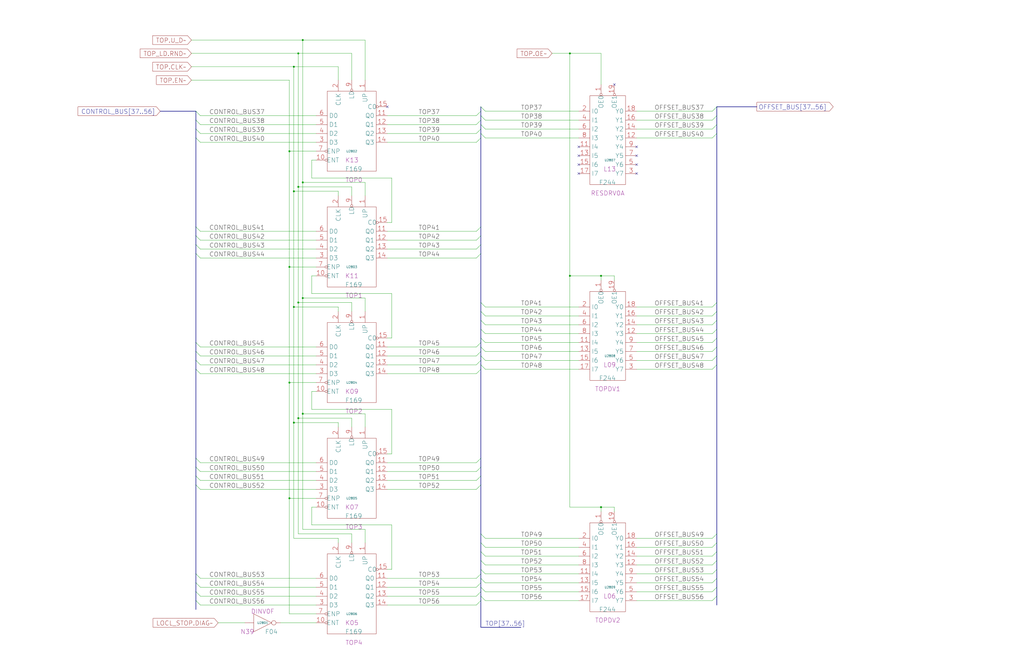
<source format=kicad_sch>
(kicad_sch (version 20211123) (generator eeschema)
  (paper "User" 584.2 378.46)
  (title_block (title "CONTROL TOP REGISTER") (date "22-MAY-90") (rev "1.0") (comment 1 "SEQUENCER") (comment 2 "232-003064") (comment 3 "S400") (comment 4 "RELEASED"))
  (lib_symbols
    (symbol "r1000:F04" (pin_numbers hide) (pin_names hide)
      (property "Reference" "U" (at 0 0 0))
      (property "Value" "F04" (at 1.27 -5.08 0))
      (property "Location" "___" (at -12.7 -5.08 0))
      (property "Name" "______" (at 0 5.08 0))
      (symbol "F04_0_1"
        (polyline (pts (xy -7.62 0) (xy -5.08 0)) (stroke (width 0.1524)))
        (polyline (pts (xy -5.08 5.08) (xy -5.08 -5.08)) (stroke (width 0.1524)))
        (polyline (pts (xy 5.08 0) (xy -5.08 -5.08)) (stroke (width 0.1524)))
        (polyline (pts (xy 5.08 0) (xy -5.08 5.08)) (stroke (width 0.1524)))
        (circle (center 6.35 0) (radius 1.27) (stroke (width 0.1524)))
      )
      (symbol "F04_1_1"
        (pin input line (at -10.16 0 0) (length 2.54) (name "D") (number "1"))
        (pin output line (at 10.16 0 180) (length 2.54) (name "Q") (number "2"))
      )
    )
    (symbol "r1000:F169" (pin_names (offset 1.016))
      (property "Reference" "U" (at 2.54 5.08 0))
      (property "Value" "F169" (at -1.27 -5.08 0))
      (property "Location" "___" (at -1.27 0 0))
      (property "Name" "______" (at 3.81 -12.7 0))
      (symbol "F169_1_1"
        (circle (center -12.065 0) (radius 0.635))
        (circle (center -12.065 5.08) (radius 0.635))
        (rectangle (start -11.43 39.37) (end 16.51 -6.35))
        (circle (center 2.54 40.005) (radius 0.635))
        (circle (center 17.145 30.48) (radius 0.635))
        (pin input line (at 10.16 45.72 270) (length 6.35) (name "UP") (number "1"))
        (pin input line (at -17.78 0 0) (length 5.08) (name "ENT") (number "10"))
        (pin output line (at 22.86 25.4 180) (length 6.35) (name "Q0") (number "11"))
        (pin output line (at 22.86 20.32 180) (length 6.35) (name "Q1") (number "12"))
        (pin output line (at 22.86 15.24 180) (length 6.35) (name "Q2") (number "13"))
        (pin output line (at 22.86 10.16 180) (length 6.35) (name "Q3") (number "14"))
        (pin output line (at 22.86 30.48 180) (length 5.08) (name "C0") (number "15"))
        (pin input line (at -5.08 45.72 270) (length 6.35) (name "CLK") (number "2"))
        (pin input line (at -17.78 10.16 0) (length 6.35) (name "D3") (number "3"))
        (pin input line (at -17.78 15.24 0) (length 6.35) (name "D2") (number "4"))
        (pin input line (at -17.78 20.32 0) (length 6.35) (name "D1") (number "5"))
        (pin input line (at -17.78 25.4 0) (length 6.35) (name "D0") (number "6"))
        (pin input line (at -17.78 5.08 0) (length 5.08) (name "ENP") (number "7"))
        (pin input line (at 2.54 45.72 270) (length 5.08) (name "LD") (number "9"))
      )
    )
    (symbol "r1000:F244" (pin_names (offset 1.016))
      (property "Reference" "U" (at 2.54 5.08 0))
      (property "Value" "F244" (at -3.81 -7.62 0))
      (property "Location" "___" (at -1.27 0 0))
      (property "Name" "______" (at 1.27 -15.24 0))
      (symbol "F244_1_1"
        (rectangle (start -8.89 41.91) (end 11.43 -8.89))
        (circle (center -2.54 42.545) (radius 0.635))
        (circle (center 5.08 42.545) (radius 0.635))
        (pin input line (at -2.54 48.26 270) (length 5.08) (name "OE0") (number "1"))
        (pin input line (at -15.24 12.7 0) (length 6.35) (name "I4") (number "11"))
        (pin tri_state line (at 17.78 17.78 180) (length 6.35) (name "Y3") (number "12"))
        (pin input line (at -15.24 7.62 0) (length 6.35) (name "I5") (number "13"))
        (pin tri_state line (at 17.78 22.86 180) (length 6.35) (name "Y2") (number "14"))
        (pin input line (at -15.24 2.54 0) (length 6.35) (name "I6") (number "15"))
        (pin tri_state line (at 17.78 27.94 180) (length 6.35) (name "Y1") (number "16"))
        (pin input line (at -15.24 -2.54 0) (length 6.35) (name "I7") (number "17"))
        (pin tri_state line (at 17.78 33.02 180) (length 6.35) (name "Y0") (number "18"))
        (pin input line (at 5.08 48.26 270) (length 5.08) (name "OE1") (number "19"))
        (pin input line (at -15.24 33.02 0) (length 6.35) (name "I0") (number "2"))
        (pin tri_state line (at 17.78 -2.54 180) (length 6.35) (name "Y7") (number "3"))
        (pin input line (at -15.24 27.94 0) (length 6.35) (name "I1") (number "4"))
        (pin tri_state line (at 17.78 2.54 180) (length 6.35) (name "Y6") (number "5"))
        (pin input line (at -15.24 22.86 0) (length 6.35) (name "I2") (number "6"))
        (pin tri_state line (at 17.78 7.62 180) (length 6.35) (name "Y5") (number "7"))
        (pin input line (at -15.24 17.78 0) (length 6.35) (name "I3") (number "8"))
        (pin tri_state line (at 17.78 12.7 180) (length 6.35) (name "Y4") (number "9"))
      )
    )
  )
  (bus (pts (xy 111.76 129.54) (xy 111.76 134.62)))
  (bus (pts (xy 111.76 134.62) (xy 111.76 139.7)))
  (bus (pts (xy 111.76 139.7) (xy 111.76 144.78)))
  (bus (pts (xy 111.76 144.78) (xy 111.76 195.58)))
  (bus (pts (xy 111.76 195.58) (xy 111.76 200.66)))
  (bus (pts (xy 111.76 200.66) (xy 111.76 205.74)))
  (bus (pts (xy 111.76 205.74) (xy 111.76 210.82)))
  (bus (pts (xy 111.76 210.82) (xy 111.76 261.62)))
  (bus (pts (xy 111.76 261.62) (xy 111.76 266.7)))
  (bus (pts (xy 111.76 266.7) (xy 111.76 271.78)))
  (bus (pts (xy 111.76 271.78) (xy 111.76 276.86)))
  (bus (pts (xy 111.76 276.86) (xy 111.76 327.66)))
  (bus (pts (xy 111.76 327.66) (xy 111.76 332.74)))
  (bus (pts (xy 111.76 332.74) (xy 111.76 337.82)))
  (bus (pts (xy 111.76 337.82) (xy 111.76 342.9)))
  (bus (pts (xy 111.76 342.9) (xy 111.76 347.98)))
  (bus (pts (xy 111.76 63.5) (xy 111.76 68.58)))
  (bus (pts (xy 111.76 68.58) (xy 111.76 73.66)))
  (bus (pts (xy 111.76 73.66) (xy 111.76 78.74)))
  (bus (pts (xy 111.76 78.74) (xy 111.76 129.54)))
  (bus (pts (xy 274.32 129.54) (xy 274.32 134.62)))
  (bus (pts (xy 274.32 134.62) (xy 274.32 139.7)))
  (bus (pts (xy 274.32 139.7) (xy 274.32 144.78)))
  (bus (pts (xy 274.32 144.78) (xy 274.32 172.72)))
  (bus (pts (xy 274.32 172.72) (xy 274.32 177.8)))
  (bus (pts (xy 274.32 177.8) (xy 274.32 182.88)))
  (bus (pts (xy 274.32 182.88) (xy 274.32 187.96)))
  (bus (pts (xy 274.32 187.96) (xy 274.32 193.04)))
  (bus (pts (xy 274.32 193.04) (xy 274.32 195.58)))
  (bus (pts (xy 274.32 195.58) (xy 274.32 198.12)))
  (bus (pts (xy 274.32 198.12) (xy 274.32 200.66)))
  (bus (pts (xy 274.32 200.66) (xy 274.32 203.2)))
  (bus (pts (xy 274.32 203.2) (xy 274.32 205.74)))
  (bus (pts (xy 274.32 205.74) (xy 274.32 208.28)))
  (bus (pts (xy 274.32 208.28) (xy 274.32 210.82)))
  (bus (pts (xy 274.32 210.82) (xy 274.32 261.62)))
  (bus (pts (xy 274.32 261.62) (xy 274.32 266.7)))
  (bus (pts (xy 274.32 266.7) (xy 274.32 271.78)))
  (bus (pts (xy 274.32 271.78) (xy 274.32 276.86)))
  (bus (pts (xy 274.32 276.86) (xy 274.32 304.8)))
  (bus (pts (xy 274.32 304.8) (xy 274.32 309.88)))
  (bus (pts (xy 274.32 309.88) (xy 274.32 314.96)))
  (bus (pts (xy 274.32 314.96) (xy 274.32 320.04)))
  (bus (pts (xy 274.32 320.04) (xy 274.32 325.12)))
  (bus (pts (xy 274.32 325.12) (xy 274.32 327.66)))
  (bus (pts (xy 274.32 327.66) (xy 274.32 330.2)))
  (bus (pts (xy 274.32 330.2) (xy 274.32 332.74)))
  (bus (pts (xy 274.32 332.74) (xy 274.32 335.28)))
  (bus (pts (xy 274.32 335.28) (xy 274.32 337.82)))
  (bus (pts (xy 274.32 337.82) (xy 274.32 340.36)))
  (bus (pts (xy 274.32 340.36) (xy 274.32 342.9)))
  (bus (pts (xy 274.32 342.9) (xy 274.32 358.14)))
  (bus (pts (xy 274.32 358.14) (xy 297.18 358.14)))
  (bus (pts (xy 274.32 60.96) (xy 274.32 63.5)))
  (bus (pts (xy 274.32 63.5) (xy 274.32 66.04)))
  (bus (pts (xy 274.32 66.04) (xy 274.32 68.58)))
  (bus (pts (xy 274.32 68.58) (xy 274.32 71.12)))
  (bus (pts (xy 274.32 71.12) (xy 274.32 73.66)))
  (bus (pts (xy 274.32 73.66) (xy 274.32 76.2)))
  (bus (pts (xy 274.32 76.2) (xy 274.32 78.74)))
  (bus (pts (xy 274.32 78.74) (xy 274.32 129.54)))
  (bus (pts (xy 408.94 172.72) (xy 408.94 177.8)))
  (bus (pts (xy 408.94 177.8) (xy 408.94 182.88)))
  (bus (pts (xy 408.94 182.88) (xy 408.94 187.96)))
  (bus (pts (xy 408.94 187.96) (xy 408.94 193.04)))
  (bus (pts (xy 408.94 193.04) (xy 408.94 198.12)))
  (bus (pts (xy 408.94 198.12) (xy 408.94 203.2)))
  (bus (pts (xy 408.94 203.2) (xy 408.94 208.28)))
  (bus (pts (xy 408.94 208.28) (xy 408.94 304.8)))
  (bus (pts (xy 408.94 304.8) (xy 408.94 309.88)))
  (bus (pts (xy 408.94 309.88) (xy 408.94 314.96)))
  (bus (pts (xy 408.94 314.96) (xy 408.94 320.04)))
  (bus (pts (xy 408.94 320.04) (xy 408.94 325.12)))
  (bus (pts (xy 408.94 325.12) (xy 408.94 330.2)))
  (bus (pts (xy 408.94 330.2) (xy 408.94 335.28)))
  (bus (pts (xy 408.94 335.28) (xy 408.94 340.36)))
  (bus (pts (xy 408.94 340.36) (xy 408.94 345.44)))
  (bus (pts (xy 408.94 60.96) (xy 408.94 66.04)))
  (bus (pts (xy 408.94 60.96) (xy 431.8 60.96)))
  (bus (pts (xy 408.94 66.04) (xy 408.94 71.12)))
  (bus (pts (xy 408.94 71.12) (xy 408.94 76.2)))
  (bus (pts (xy 408.94 76.2) (xy 408.94 172.72)))
  (bus (pts (xy 91.44 63.5) (xy 111.76 63.5)))
  (wire (pts (xy 109.22 22.86) (xy 172.72 22.86)))
  (wire (pts (xy 109.22 30.48) (xy 170.18 30.48)))
  (wire (pts (xy 109.22 38.1) (xy 167.64 38.1)))
  (wire (pts (xy 109.22 45.72) (xy 165.1 45.72)))
  (wire (pts (xy 114.3 132.08) (xy 180.34 132.08)))
  (wire (pts (xy 114.3 137.16) (xy 180.34 137.16)))
  (wire (pts (xy 114.3 142.24) (xy 180.34 142.24)))
  (wire (pts (xy 114.3 147.32) (xy 180.34 147.32)))
  (wire (pts (xy 114.3 198.12) (xy 180.34 198.12)))
  (wire (pts (xy 114.3 203.2) (xy 180.34 203.2)))
  (wire (pts (xy 114.3 208.28) (xy 180.34 208.28)))
  (wire (pts (xy 114.3 213.36) (xy 180.34 213.36)))
  (wire (pts (xy 114.3 264.16) (xy 180.34 264.16)))
  (wire (pts (xy 114.3 269.24) (xy 180.34 269.24)))
  (wire (pts (xy 114.3 274.32) (xy 180.34 274.32)))
  (wire (pts (xy 114.3 279.4) (xy 180.34 279.4)))
  (wire (pts (xy 114.3 330.2) (xy 180.34 330.2)))
  (wire (pts (xy 114.3 335.28) (xy 180.34 335.28)))
  (wire (pts (xy 114.3 340.36) (xy 180.34 340.36)))
  (wire (pts (xy 114.3 345.44) (xy 180.34 345.44)))
  (wire (pts (xy 114.3 66.04) (xy 180.34 66.04)))
  (wire (pts (xy 114.3 71.12) (xy 180.34 71.12)))
  (wire (pts (xy 114.3 76.2) (xy 180.34 76.2)))
  (wire (pts (xy 114.3 81.28) (xy 180.34 81.28)))
  (wire (pts (xy 124.46 355.6) (xy 139.7 355.6)))
  (wire (pts (xy 160.02 355.6) (xy 180.34 355.6)))
  (wire (pts (xy 165.1 152.4) (xy 165.1 218.44)))
  (wire (pts (xy 165.1 152.4) (xy 180.34 152.4)))
  (wire (pts (xy 165.1 218.44) (xy 165.1 284.48)))
  (wire (pts (xy 165.1 218.44) (xy 180.34 218.44)))
  (wire (pts (xy 165.1 284.48) (xy 165.1 350.52)))
  (wire (pts (xy 165.1 284.48) (xy 180.34 284.48)))
  (wire (pts (xy 165.1 350.52) (xy 180.34 350.52)))
  (wire (pts (xy 165.1 86.36) (xy 165.1 152.4)))
  (wire (pts (xy 165.1 86.36) (xy 165.1 45.72)))
  (wire (pts (xy 165.1 86.36) (xy 180.34 86.36)))
  (wire (pts (xy 167.64 109.22) (xy 193.04 109.22)))
  (wire (pts (xy 167.64 175.26) (xy 167.64 109.22)))
  (wire (pts (xy 167.64 175.26) (xy 193.04 175.26)))
  (wire (pts (xy 167.64 241.3) (xy 167.64 175.26)))
  (wire (pts (xy 167.64 241.3) (xy 193.04 241.3)))
  (wire (pts (xy 167.64 307.34) (xy 167.64 241.3)))
  (wire (pts (xy 167.64 38.1) (xy 167.64 109.22)))
  (wire (pts (xy 167.64 38.1) (xy 193.04 38.1)))
  (wire (pts (xy 170.18 106.68) (xy 170.18 30.48)))
  (wire (pts (xy 170.18 106.68) (xy 200.66 106.68)))
  (wire (pts (xy 170.18 172.72) (xy 170.18 106.68)))
  (wire (pts (xy 170.18 172.72) (xy 200.66 172.72)))
  (wire (pts (xy 170.18 238.76) (xy 170.18 172.72)))
  (wire (pts (xy 170.18 238.76) (xy 200.66 238.76)))
  (wire (pts (xy 170.18 30.48) (xy 200.66 30.48)))
  (wire (pts (xy 170.18 304.8) (xy 170.18 238.76)))
  (wire (pts (xy 172.72 104.14) (xy 172.72 22.86)))
  (wire (pts (xy 172.72 104.14) (xy 208.28 104.14)))
  (wire (pts (xy 172.72 170.18) (xy 172.72 104.14)))
  (wire (pts (xy 172.72 170.18) (xy 208.28 170.18)))
  (wire (pts (xy 172.72 22.86) (xy 208.28 22.86)))
  (wire (pts (xy 172.72 236.22) (xy 172.72 170.18)))
  (wire (pts (xy 172.72 236.22) (xy 208.28 236.22)))
  (wire (pts (xy 172.72 302.26) (xy 172.72 236.22)))
  (wire (pts (xy 177.8 101.6) (xy 223.52 101.6)))
  (wire (pts (xy 177.8 157.48) (xy 177.8 167.64)))
  (wire (pts (xy 177.8 167.64) (xy 223.52 167.64)))
  (wire (pts (xy 177.8 223.52) (xy 177.8 233.68)))
  (wire (pts (xy 177.8 233.68) (xy 223.52 233.68)))
  (wire (pts (xy 177.8 289.56) (xy 177.8 299.72)))
  (wire (pts (xy 177.8 299.72) (xy 223.52 299.72)))
  (wire (pts (xy 177.8 91.44) (xy 177.8 101.6)))
  (wire (pts (xy 180.34 157.48) (xy 177.8 157.48)))
  (wire (pts (xy 180.34 223.52) (xy 177.8 223.52)))
  (wire (pts (xy 180.34 289.56) (xy 177.8 289.56)))
  (wire (pts (xy 180.34 91.44) (xy 177.8 91.44)))
  (wire (pts (xy 193.04 111.76) (xy 193.04 109.22)))
  (wire (pts (xy 193.04 177.8) (xy 193.04 175.26)))
  (wire (pts (xy 193.04 243.84) (xy 193.04 241.3)))
  (wire (pts (xy 193.04 307.34) (xy 167.64 307.34)))
  (wire (pts (xy 193.04 309.88) (xy 193.04 307.34)))
  (wire (pts (xy 193.04 38.1) (xy 193.04 45.72)))
  (wire (pts (xy 200.66 111.76) (xy 200.66 106.68)))
  (wire (pts (xy 200.66 177.8) (xy 200.66 172.72)))
  (wire (pts (xy 200.66 243.84) (xy 200.66 238.76)))
  (wire (pts (xy 200.66 30.48) (xy 200.66 45.72)))
  (wire (pts (xy 200.66 304.8) (xy 170.18 304.8)))
  (wire (pts (xy 200.66 309.88) (xy 200.66 304.8)))
  (wire (pts (xy 208.28 111.76) (xy 208.28 104.14)))
  (wire (pts (xy 208.28 177.8) (xy 208.28 170.18)))
  (wire (pts (xy 208.28 22.86) (xy 208.28 45.72)))
  (wire (pts (xy 208.28 243.84) (xy 208.28 236.22)))
  (wire (pts (xy 208.28 302.26) (xy 172.72 302.26)))
  (wire (pts (xy 208.28 309.88) (xy 208.28 302.26)))
  (wire (pts (xy 220.98 127) (xy 223.52 127)))
  (wire (pts (xy 220.98 132.08) (xy 271.78 132.08)))
  (wire (pts (xy 220.98 137.16) (xy 271.78 137.16)))
  (wire (pts (xy 220.98 142.24) (xy 271.78 142.24)))
  (wire (pts (xy 220.98 147.32) (xy 271.78 147.32)))
  (wire (pts (xy 220.98 193.04) (xy 223.52 193.04)))
  (wire (pts (xy 220.98 198.12) (xy 271.78 198.12)))
  (wire (pts (xy 220.98 203.2) (xy 271.78 203.2)))
  (wire (pts (xy 220.98 208.28) (xy 271.78 208.28)))
  (wire (pts (xy 220.98 213.36) (xy 271.78 213.36)))
  (wire (pts (xy 220.98 259.08) (xy 223.52 259.08)))
  (wire (pts (xy 220.98 264.16) (xy 271.78 264.16)))
  (wire (pts (xy 220.98 269.24) (xy 271.78 269.24)))
  (wire (pts (xy 220.98 274.32) (xy 271.78 274.32)))
  (wire (pts (xy 220.98 279.4) (xy 271.78 279.4)))
  (wire (pts (xy 220.98 325.12) (xy 223.52 325.12)))
  (wire (pts (xy 220.98 330.2) (xy 271.78 330.2)))
  (wire (pts (xy 220.98 335.28) (xy 271.78 335.28)))
  (wire (pts (xy 220.98 340.36) (xy 271.78 340.36)))
  (wire (pts (xy 220.98 345.44) (xy 271.78 345.44)))
  (wire (pts (xy 220.98 66.04) (xy 271.78 66.04)))
  (wire (pts (xy 220.98 71.12) (xy 271.78 71.12)))
  (wire (pts (xy 220.98 76.2) (xy 271.78 76.2)))
  (wire (pts (xy 220.98 81.28) (xy 271.78 81.28)))
  (wire (pts (xy 223.52 101.6) (xy 223.52 127)))
  (wire (pts (xy 223.52 167.64) (xy 223.52 193.04)))
  (wire (pts (xy 223.52 233.68) (xy 223.52 259.08)))
  (wire (pts (xy 223.52 299.72) (xy 223.52 325.12)))
  (wire (pts (xy 276.86 175.26) (xy 330.2 175.26)))
  (wire (pts (xy 276.86 180.34) (xy 330.2 180.34)))
  (wire (pts (xy 276.86 185.42) (xy 330.2 185.42)))
  (wire (pts (xy 276.86 190.5) (xy 330.2 190.5)))
  (wire (pts (xy 276.86 195.58) (xy 330.2 195.58)))
  (wire (pts (xy 276.86 200.66) (xy 330.2 200.66)))
  (wire (pts (xy 276.86 205.74) (xy 330.2 205.74)))
  (wire (pts (xy 276.86 210.82) (xy 330.2 210.82)))
  (wire (pts (xy 276.86 307.34) (xy 330.2 307.34)))
  (wire (pts (xy 276.86 312.42) (xy 330.2 312.42)))
  (wire (pts (xy 276.86 317.5) (xy 330.2 317.5)))
  (wire (pts (xy 276.86 322.58) (xy 330.2 322.58)))
  (wire (pts (xy 276.86 327.66) (xy 330.2 327.66)))
  (wire (pts (xy 276.86 332.74) (xy 330.2 332.74)))
  (wire (pts (xy 276.86 337.82) (xy 330.2 337.82)))
  (wire (pts (xy 276.86 342.9) (xy 330.2 342.9)))
  (wire (pts (xy 276.86 63.5) (xy 330.2 63.5)))
  (wire (pts (xy 276.86 68.58) (xy 330.2 68.58)))
  (wire (pts (xy 276.86 73.66) (xy 330.2 73.66)))
  (wire (pts (xy 276.86 78.74) (xy 330.2 78.74)))
  (wire (pts (xy 314.96 30.48) (xy 325.12 30.48)))
  (wire (pts (xy 325.12 157.48) (xy 342.9 157.48)))
  (wire (pts (xy 325.12 289.56) (xy 325.12 157.48)))
  (wire (pts (xy 325.12 30.48) (xy 325.12 157.48)))
  (wire (pts (xy 342.9 157.48) (xy 342.9 160.02)))
  (wire (pts (xy 342.9 157.48) (xy 350.52 157.48)))
  (wire (pts (xy 342.9 289.56) (xy 325.12 289.56)))
  (wire (pts (xy 342.9 289.56) (xy 342.9 292.1)))
  (wire (pts (xy 342.9 30.48) (xy 325.12 30.48)))
  (wire (pts (xy 342.9 48.26) (xy 342.9 30.48)))
  (wire (pts (xy 350.52 157.48) (xy 350.52 160.02)))
  (wire (pts (xy 350.52 289.56) (xy 342.9 289.56)))
  (wire (pts (xy 350.52 292.1) (xy 350.52 289.56)))
  (wire (pts (xy 363.22 175.26) (xy 406.4 175.26)))
  (wire (pts (xy 363.22 180.34) (xy 406.4 180.34)))
  (wire (pts (xy 363.22 185.42) (xy 406.4 185.42)))
  (wire (pts (xy 363.22 190.5) (xy 406.4 190.5)))
  (wire (pts (xy 363.22 195.58) (xy 406.4 195.58)))
  (wire (pts (xy 363.22 200.66) (xy 406.4 200.66)))
  (wire (pts (xy 363.22 205.74) (xy 406.4 205.74)))
  (wire (pts (xy 363.22 210.82) (xy 406.4 210.82)))
  (wire (pts (xy 363.22 307.34) (xy 406.4 307.34)))
  (wire (pts (xy 363.22 312.42) (xy 406.4 312.42)))
  (wire (pts (xy 363.22 317.5) (xy 406.4 317.5)))
  (wire (pts (xy 363.22 322.58) (xy 406.4 322.58)))
  (wire (pts (xy 363.22 327.66) (xy 406.4 327.66)))
  (wire (pts (xy 363.22 332.74) (xy 406.4 332.74)))
  (wire (pts (xy 363.22 337.82) (xy 406.4 337.82)))
  (wire (pts (xy 363.22 342.9) (xy 406.4 342.9)))
  (wire (pts (xy 363.22 63.5) (xy 406.4 63.5)))
  (wire (pts (xy 363.22 68.58) (xy 406.4 68.58)))
  (wire (pts (xy 363.22 73.66) (xy 406.4 73.66)))
  (wire (pts (xy 363.22 78.74) (xy 406.4 78.74)))
  (global_label "CONTROL_BUS[37..56]" (shape input) (at 91.44 63.5 180) (effects (font (size 2.54 2.54))) (property "Intersheet References" "${INTERSHEET_REFS}" (at 44.5226 63.3413 0) (effects (font (size 2.54 2.54)) (justify right))))
  (global_label "TOP.U_D~" (shape input) (at 109.22 22.86 180) (effects (font (size 2.54 2.54))) (property "Intersheet References" "${INTERSHEET_REFS}" (at 87.0978 22.7013 0) (effects (font (size 2.54 2.54)) (justify right))))
  (global_label "TOP_LD.RND~" (shape input) (at 109.22 30.48 180) (effects (font (size 2.54 2.54))) (property "Intersheet References" "${INTERSHEET_REFS}" (at 79.9616 30.3213 0) (effects (font (size 2.54 2.54)) (justify right))))
  (global_label "TOP.CLK~" (shape input) (at 109.22 38.1 180) (effects (font (size 2.54 2.54))) (property "Intersheet References" "${INTERSHEET_REFS}" (at 87.0978 37.9413 0) (effects (font (size 2.54 2.54)) (justify right))))
  (global_label "TOP.EN~" (shape input) (at 109.22 45.72 180) (effects (font (size 2.54 2.54))) (property "Intersheet References" "${INTERSHEET_REFS}" (at 89.275 45.5613 0) (effects (font (size 2.54 2.54)) (justify right))))
  (bus_entry (at 111.76 63.5) (size 2.54 2.54))
  (bus_entry (at 111.76 68.58) (size 2.54 2.54))
  (bus_entry (at 111.76 73.66) (size 2.54 2.54))
  (bus_entry (at 111.76 78.74) (size 2.54 2.54))
  (bus_entry (at 111.76 129.54) (size 2.54 2.54))
  (bus_entry (at 111.76 134.62) (size 2.54 2.54))
  (bus_entry (at 111.76 139.7) (size 2.54 2.54))
  (bus_entry (at 111.76 144.78) (size 2.54 2.54))
  (bus_entry (at 111.76 195.58) (size 2.54 2.54))
  (bus_entry (at 111.76 200.66) (size 2.54 2.54))
  (bus_entry (at 111.76 205.74) (size 2.54 2.54))
  (bus_entry (at 111.76 210.82) (size 2.54 2.54))
  (bus_entry (at 111.76 261.62) (size 2.54 2.54))
  (bus_entry (at 111.76 266.7) (size 2.54 2.54))
  (bus_entry (at 111.76 271.78) (size 2.54 2.54))
  (bus_entry (at 111.76 276.86) (size 2.54 2.54))
  (bus_entry (at 111.76 327.66) (size 2.54 2.54))
  (bus_entry (at 111.76 332.74) (size 2.54 2.54))
  (bus_entry (at 111.76 337.82) (size 2.54 2.54))
  (bus_entry (at 111.76 342.9) (size 2.54 2.54))
  (label "CONTROL_BUS37" (at 119.38 66.04 0) (effects (font (size 2.54 2.54))))
  (label "CONTROL_BUS38" (at 119.38 71.12 0) (effects (font (size 2.54 2.54))))
  (label "CONTROL_BUS39" (at 119.38 76.2 0) (effects (font (size 2.54 2.54))))
  (label "CONTROL_BUS40" (at 119.38 81.28 0) (effects (font (size 2.54 2.54))))
  (label "CONTROL_BUS41" (at 119.38 132.08 0) (effects (font (size 2.54 2.54))))
  (label "CONTROL_BUS42" (at 119.38 137.16 0) (effects (font (size 2.54 2.54))))
  (label "CONTROL_BUS43" (at 119.38 142.24 0) (effects (font (size 2.54 2.54))))
  (label "CONTROL_BUS44" (at 119.38 147.32 0) (effects (font (size 2.54 2.54))))
  (label "CONTROL_BUS45" (at 119.38 198.12 0) (effects (font (size 2.54 2.54))))
  (label "CONTROL_BUS46" (at 119.38 203.2 0) (effects (font (size 2.54 2.54))))
  (label "CONTROL_BUS47" (at 119.38 208.28 0) (effects (font (size 2.54 2.54))))
  (label "CONTROL_BUS48" (at 119.38 213.36 0) (effects (font (size 2.54 2.54))))
  (label "CONTROL_BUS49" (at 119.38 264.16 0) (effects (font (size 2.54 2.54))))
  (label "CONTROL_BUS50" (at 119.38 269.24 0) (effects (font (size 2.54 2.54))))
  (label "CONTROL_BUS51" (at 119.38 274.32 0) (effects (font (size 2.54 2.54))))
  (label "CONTROL_BUS52" (at 119.38 279.4 0) (effects (font (size 2.54 2.54))))
  (label "CONTROL_BUS53" (at 119.38 330.2 0) (effects (font (size 2.54 2.54))))
  (label "CONTROL_BUS54" (at 119.38 335.28 0) (effects (font (size 2.54 2.54))))
  (label "CONTROL_BUS55" (at 119.38 340.36 0) (effects (font (size 2.54 2.54))))
  (label "CONTROL_BUS56" (at 119.38 345.44 0) (effects (font (size 2.54 2.54))))
  (global_label "LOCL_STOP.DIAG~" (shape input) (at 124.46 355.6 180) (effects (font (size 2.54 2.54))) (property "Intersheet References" "${INTERSHEET_REFS}" (at 87.3397 355.4413 0) (effects (font (size 2.54 2.54)) (justify right))))
  (symbol (lib_id "r1000:F04") (at 149.86 355.6 0) (unit 1)
    (property "Reference" "U2801" (at 149.86 355.6 0))
    (property "Value" "F04" (at 151.13 360.68 0) (effects (font (size 2.54 2.54)) (justify left)))
    (property "Location" "N39" (at 137.16 360.68 0) (effects (font (size 2.54 2.54)) (justify left)))
    (property "Name" "DINV0F" (at 149.86 350.52 0) (effects (font (size 2.54 2.54)) (justify bottom)))
  )
  (junction (at 165.1 86.36))
  (junction (at 165.1 152.4))
  (junction (at 165.1 218.44))
  (junction (at 165.1 284.48))
  (junction (at 167.64 38.1))
  (junction (at 167.64 109.22))
  (junction (at 167.64 175.26))
  (junction (at 167.64 241.3))
  (junction (at 170.18 30.48))
  (junction (at 170.18 106.68))
  (junction (at 170.18 172.72))
  (junction (at 170.18 238.76))
  (junction (at 172.72 22.86))
  (junction (at 172.72 104.14))
  (junction (at 172.72 170.18))
  (junction (at 172.72 236.22))
  (symbol (lib_id "r1000:F169") (at 198.12 91.44 0) (unit 1)
    (property "Reference" "U2802" (at 200.66 86.36 0))
    (property "Value" "F169" (at 196.85 96.52 0) (effects (font (size 2.54 2.54)) (justify left)))
    (property "Location" "K13" (at 196.85 91.44 0) (effects (font (size 2.54 2.54)) (justify left)))
    (property "Name" "TOP0" (at 201.93 104.14 0) (effects (font (size 2.54 2.54)) (justify bottom)))
  )
  (symbol (lib_id "r1000:F169") (at 198.12 157.48 0) (unit 1)
    (property "Reference" "U2803" (at 200.66 152.4 0))
    (property "Value" "F169" (at 196.85 162.56 0) (effects (font (size 2.54 2.54)) (justify left)))
    (property "Location" "K11" (at 196.85 157.48 0) (effects (font (size 2.54 2.54)) (justify left)))
    (property "Name" "TOP1" (at 201.93 170.18 0) (effects (font (size 2.54 2.54)) (justify bottom)))
  )
  (symbol (lib_id "r1000:F169") (at 198.12 223.52 0) (unit 1)
    (property "Reference" "U2804" (at 200.66 218.44 0))
    (property "Value" "F169" (at 196.85 228.6 0) (effects (font (size 2.54 2.54)) (justify left)))
    (property "Location" "K09" (at 196.85 223.52 0) (effects (font (size 2.54 2.54)) (justify left)))
    (property "Name" "TOP2" (at 201.93 236.22 0) (effects (font (size 2.54 2.54)) (justify bottom)))
  )
  (symbol (lib_id "r1000:F169") (at 198.12 289.56 0) (unit 1)
    (property "Reference" "U2805" (at 200.66 284.48 0))
    (property "Value" "F169" (at 196.85 294.64 0) (effects (font (size 2.54 2.54)) (justify left)))
    (property "Location" "K07" (at 196.85 289.56 0) (effects (font (size 2.54 2.54)) (justify left)))
    (property "Name" "TOP3" (at 201.93 302.26 0) (effects (font (size 2.54 2.54)) (justify bottom)))
  )
  (symbol (lib_id "r1000:F169") (at 198.12 355.6 0) (unit 1)
    (property "Reference" "U2806" (at 200.66 350.52 0))
    (property "Value" "F169" (at 196.85 360.68 0) (effects (font (size 2.54 2.54)) (justify left)))
    (property "Location" "K05" (at 196.85 355.6 0) (effects (font (size 2.54 2.54)) (justify left)))
    (property "Name" "TOP4" (at 201.93 368.3 0) (effects (font (size 2.54 2.54)) (justify bottom)))
  )
  (no_connect (at 220.98 60.96))
  (label "TOP37" (at 238.76 66.04 0) (effects (font (size 2.54 2.54))))
  (label "TOP38" (at 238.76 71.12 0) (effects (font (size 2.54 2.54))))
  (label "TOP39" (at 238.76 76.2 0) (effects (font (size 2.54 2.54))))
  (label "TOP40" (at 238.76 81.28 0) (effects (font (size 2.54 2.54))))
  (label "TOP41" (at 238.76 132.08 0) (effects (font (size 2.54 2.54))))
  (label "TOP42" (at 238.76 137.16 0) (effects (font (size 2.54 2.54))))
  (label "TOP43" (at 238.76 142.24 0) (effects (font (size 2.54 2.54))))
  (label "TOP44" (at 238.76 147.32 0) (effects (font (size 2.54 2.54))))
  (label "TOP45" (at 238.76 198.12 0) (effects (font (size 2.54 2.54))))
  (label "TOP46" (at 238.76 203.2 0) (effects (font (size 2.54 2.54))))
  (label "TOP47" (at 238.76 208.28 0) (effects (font (size 2.54 2.54))))
  (label "TOP48" (at 238.76 213.36 0) (effects (font (size 2.54 2.54))))
  (label "TOP49" (at 238.76 264.16 0) (effects (font (size 2.54 2.54))))
  (label "TOP50" (at 238.76 269.24 0) (effects (font (size 2.54 2.54))))
  (label "TOP51" (at 238.76 274.32 0) (effects (font (size 2.54 2.54))))
  (label "TOP52" (at 238.76 279.4 0) (effects (font (size 2.54 2.54))))
  (label "TOP53" (at 238.76 330.2 0) (effects (font (size 2.54 2.54))))
  (label "TOP54" (at 238.76 335.28 0) (effects (font (size 2.54 2.54))))
  (label "TOP55" (at 238.76 340.36 0) (effects (font (size 2.54 2.54))))
  (label "TOP56" (at 238.76 345.44 0) (effects (font (size 2.54 2.54))))
  (bus_entry (at 274.32 60.96) (size 2.54 2.54))
  (bus_entry (at 274.32 63.5) (size -2.54 2.54))
  (bus_entry (at 274.32 66.04) (size 2.54 2.54))
  (bus_entry (at 274.32 68.58) (size -2.54 2.54))
  (bus_entry (at 274.32 71.12) (size 2.54 2.54))
  (bus_entry (at 274.32 73.66) (size -2.54 2.54))
  (bus_entry (at 274.32 76.2) (size 2.54 2.54))
  (bus_entry (at 274.32 78.74) (size -2.54 2.54))
  (bus_entry (at 274.32 129.54) (size -2.54 2.54))
  (bus_entry (at 274.32 134.62) (size -2.54 2.54))
  (bus_entry (at 274.32 139.7) (size -2.54 2.54))
  (bus_entry (at 274.32 144.78) (size -2.54 2.54))
  (bus_entry (at 274.32 172.72) (size 2.54 2.54))
  (bus_entry (at 274.32 177.8) (size 2.54 2.54))
  (bus_entry (at 274.32 182.88) (size 2.54 2.54))
  (bus_entry (at 274.32 187.96) (size 2.54 2.54))
  (bus_entry (at 274.32 193.04) (size 2.54 2.54))
  (bus_entry (at 274.32 195.58) (size -2.54 2.54))
  (bus_entry (at 274.32 198.12) (size 2.54 2.54))
  (bus_entry (at 274.32 200.66) (size -2.54 2.54))
  (bus_entry (at 274.32 203.2) (size 2.54 2.54))
  (bus_entry (at 274.32 205.74) (size -2.54 2.54))
  (bus_entry (at 274.32 208.28) (size 2.54 2.54))
  (bus_entry (at 274.32 210.82) (size -2.54 2.54))
  (bus_entry (at 274.32 261.62) (size -2.54 2.54))
  (bus_entry (at 274.32 266.7) (size -2.54 2.54))
  (bus_entry (at 274.32 271.78) (size -2.54 2.54))
  (bus_entry (at 274.32 276.86) (size -2.54 2.54))
  (bus_entry (at 274.32 304.8) (size 2.54 2.54))
  (bus_entry (at 274.32 309.88) (size 2.54 2.54))
  (bus_entry (at 274.32 314.96) (size 2.54 2.54))
  (bus_entry (at 274.32 320.04) (size 2.54 2.54))
  (bus_entry (at 274.32 325.12) (size 2.54 2.54))
  (bus_entry (at 274.32 327.66) (size -2.54 2.54))
  (bus_entry (at 274.32 330.2) (size 2.54 2.54))
  (bus_entry (at 274.32 332.74) (size -2.54 2.54))
  (bus_entry (at 274.32 335.28) (size 2.54 2.54))
  (bus_entry (at 274.32 337.82) (size -2.54 2.54))
  (bus_entry (at 274.32 340.36) (size 2.54 2.54))
  (bus_entry (at 274.32 342.9) (size -2.54 2.54))
  (label "TOP[37..56]" (at 276.86 358.14 0) (effects (font (size 2.54 2.54))))
  (label "TOP37" (at 297.18 63.5 0) (effects (font (size 2.54 2.54))))
  (label "TOP38" (at 297.18 68.58 0) (effects (font (size 2.54 2.54))))
  (label "TOP39" (at 297.18 73.66 0) (effects (font (size 2.54 2.54))))
  (label "TOP40" (at 297.18 78.74 0) (effects (font (size 2.54 2.54))))
  (label "TOP41" (at 297.18 175.26 0) (effects (font (size 2.54 2.54))))
  (label "TOP42" (at 297.18 180.34 0) (effects (font (size 2.54 2.54))))
  (label "TOP43" (at 297.18 185.42 0) (effects (font (size 2.54 2.54))))
  (label "TOP44" (at 297.18 190.5 0) (effects (font (size 2.54 2.54))))
  (label "TOP45" (at 297.18 195.58 0) (effects (font (size 2.54 2.54))))
  (label "TOP46" (at 297.18 200.66 0) (effects (font (size 2.54 2.54))))
  (label "TOP47" (at 297.18 205.74 0) (effects (font (size 2.54 2.54))))
  (label "TOP48" (at 297.18 210.82 0) (effects (font (size 2.54 2.54))))
  (label "TOP49" (at 297.18 307.34 0) (effects (font (size 2.54 2.54))))
  (label "TOP50" (at 297.18 312.42 0) (effects (font (size 2.54 2.54))))
  (label "TOP51" (at 297.18 317.5 0) (effects (font (size 2.54 2.54))))
  (label "TOP52" (at 297.18 322.58 0) (effects (font (size 2.54 2.54))))
  (label "TOP53" (at 297.18 327.66 0) (effects (font (size 2.54 2.54))))
  (label "TOP54" (at 297.18 332.74 0) (effects (font (size 2.54 2.54))))
  (label "TOP55" (at 297.18 337.82 0) (effects (font (size 2.54 2.54))))
  (label "TOP56" (at 297.18 342.9 0) (effects (font (size 2.54 2.54))))
  (global_label "TOP.OE~" (shape input) (at 314.96 30.48 180) (effects (font (size 2.54 2.54))) (property "Intersheet References" "${INTERSHEET_REFS}" (at 295.015 30.3213 0) (effects (font (size 2.54 2.54)) (justify right))))
  (junction (at 325.12 30.48))
  (junction (at 325.12 157.48))
  (no_connect (at 330.2 83.82))
  (no_connect (at 330.2 88.9))
  (no_connect (at 330.2 93.98))
  (no_connect (at 330.2 99.06))
  (junction (at 342.9 157.48))
  (junction (at 342.9 289.56))
  (symbol (lib_id "r1000:F244") (at 345.44 96.52 0) (unit 1)
    (property "Reference" "U2807" (at 347.98 91.44 0))
    (property "Value" "F244" (at 341.63 104.14 0) (effects (font (size 2.54 2.54)) (justify left)))
    (property "Location" "L13" (at 344.17 96.52 0) (effects (font (size 2.54 2.54)) (justify left)))
    (property "Name" "RESDRV0A" (at 346.71 111.76 0) (effects (font (size 2.54 2.54)) (justify bottom)))
  )
  (symbol (lib_id "r1000:F244") (at 345.44 208.28 0) (unit 1)
    (property "Reference" "U2808" (at 347.98 203.2 0))
    (property "Value" "F244" (at 341.63 215.9 0) (effects (font (size 2.54 2.54)) (justify left)))
    (property "Location" "L09" (at 344.17 208.28 0) (effects (font (size 2.54 2.54)) (justify left)))
    (property "Name" "TOPDV1" (at 346.71 223.52 0) (effects (font (size 2.54 2.54)) (justify bottom)))
  )
  (symbol (lib_id "r1000:F244") (at 345.44 340.36 0) (unit 1)
    (property "Reference" "U2809" (at 347.98 335.28 0))
    (property "Value" "F244" (at 341.63 347.98 0) (effects (font (size 2.54 2.54)) (justify left)))
    (property "Location" "L06" (at 344.17 340.36 0) (effects (font (size 2.54 2.54)) (justify left)))
    (property "Name" "TOPDV2" (at 346.71 355.6 0) (effects (font (size 2.54 2.54)) (justify bottom)))
  )
  (no_connect (at 350.52 48.26))
  (no_connect (at 363.22 83.82))
  (no_connect (at 363.22 88.9))
  (no_connect (at 363.22 93.98))
  (no_connect (at 363.22 99.06))
  (label "OFFSET_BUS37" (at 373.38 63.5 0) (effects (font (size 2.54 2.54))))
  (label "OFFSET_BUS38" (at 373.38 68.58 0) (effects (font (size 2.54 2.54))))
  (label "OFFSET_BUS39" (at 373.38 73.66 0) (effects (font (size 2.54 2.54))))
  (label "OFFSET_BUS40" (at 373.38 78.74 0) (effects (font (size 2.54 2.54))))
  (label "OFFSET_BUS41" (at 373.38 175.26 0) (effects (font (size 2.54 2.54))))
  (label "OFFSET_BUS42" (at 373.38 180.34 0) (effects (font (size 2.54 2.54))))
  (label "OFFSET_BUS43" (at 373.38 185.42 0) (effects (font (size 2.54 2.54))))
  (label "OFFSET_BUS44" (at 373.38 190.5 0) (effects (font (size 2.54 2.54))))
  (label "OFFSET_BUS45" (at 373.38 195.58 0) (effects (font (size 2.54 2.54))))
  (label "OFFSET_BUS46" (at 373.38 200.66 0) (effects (font (size 2.54 2.54))))
  (label "OFFSET_BUS47" (at 373.38 205.74 0) (effects (font (size 2.54 2.54))))
  (label "OFFSET_BUS48" (at 373.38 210.82 0) (effects (font (size 2.54 2.54))))
  (label "OFFSET_BUS49" (at 373.38 307.34 0) (effects (font (size 2.54 2.54))))
  (label "OFFSET_BUS50" (at 373.38 312.42 0) (effects (font (size 2.54 2.54))))
  (label "OFFSET_BUS51" (at 373.38 317.5 0) (effects (font (size 2.54 2.54))))
  (label "OFFSET_BUS52" (at 373.38 322.58 0) (effects (font (size 2.54 2.54))))
  (label "OFFSET_BUS53" (at 373.38 327.66 0) (effects (font (size 2.54 2.54))))
  (label "OFFSET_BUS54" (at 373.38 332.74 0) (effects (font (size 2.54 2.54))))
  (label "OFFSET_BUS55" (at 373.38 337.82 0) (effects (font (size 2.54 2.54))))
  (label "OFFSET_BUS56" (at 373.38 342.9 0) (effects (font (size 2.54 2.54))))
  (bus_entry (at 408.94 60.96) (size -2.54 2.54))
  (bus_entry (at 408.94 66.04) (size -2.54 2.54))
  (bus_entry (at 408.94 71.12) (size -2.54 2.54))
  (bus_entry (at 408.94 76.2) (size -2.54 2.54))
  (bus_entry (at 408.94 172.72) (size -2.54 2.54))
  (bus_entry (at 408.94 177.8) (size -2.54 2.54))
  (bus_entry (at 408.94 182.88) (size -2.54 2.54))
  (bus_entry (at 408.94 187.96) (size -2.54 2.54))
  (bus_entry (at 408.94 193.04) (size -2.54 2.54))
  (bus_entry (at 408.94 198.12) (size -2.54 2.54))
  (bus_entry (at 408.94 203.2) (size -2.54 2.54))
  (bus_entry (at 408.94 208.28) (size -2.54 2.54))
  (bus_entry (at 408.94 304.8) (size -2.54 2.54))
  (bus_entry (at 408.94 309.88) (size -2.54 2.54))
  (bus_entry (at 408.94 314.96) (size -2.54 2.54))
  (bus_entry (at 408.94 320.04) (size -2.54 2.54))
  (bus_entry (at 408.94 325.12) (size -2.54 2.54))
  (bus_entry (at 408.94 330.2) (size -2.54 2.54))
  (bus_entry (at 408.94 335.28) (size -2.54 2.54))
  (bus_entry (at 408.94 340.36) (size -2.54 2.54))
  (global_label "OFFSET_BUS[37..56]" (shape output) (at 431.8 60.96 0) (effects (font (size 2.54 2.54))) (property "Intersheet References" "${INTERSHEET_REFS}" (at 475.3308 60.8013 0) (effects (font (size 2.54 2.54)) (justify left))))
)
</source>
